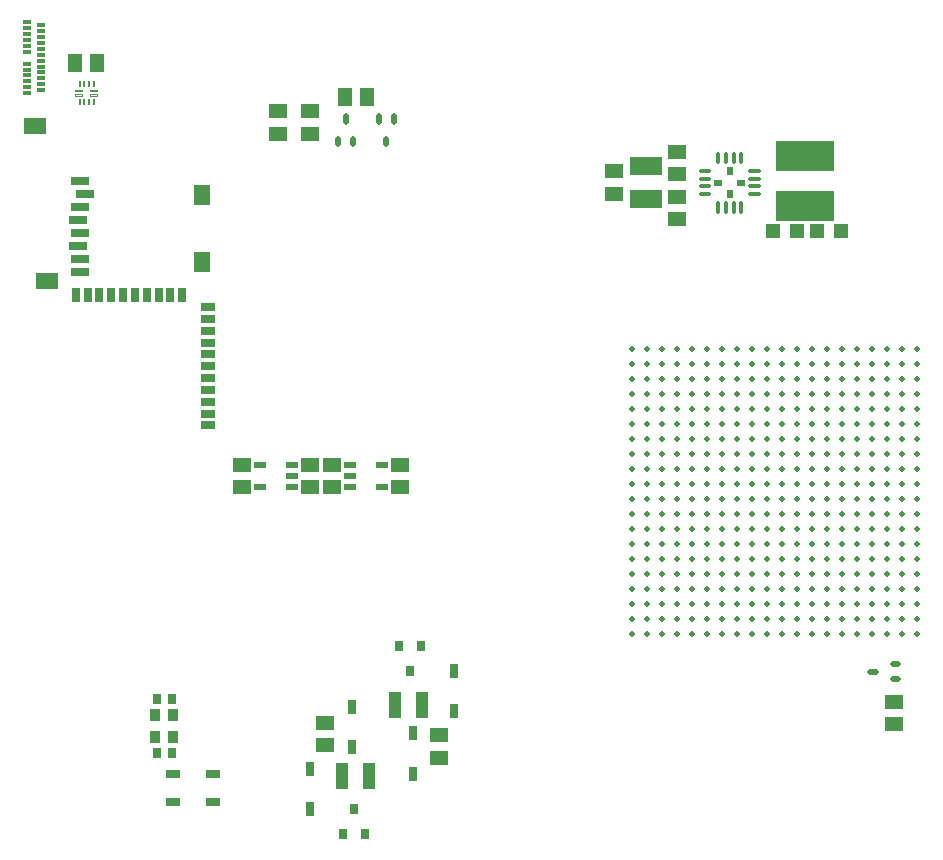
<source format=gbr>
G04 EAGLE Gerber RS-274X export*
G75*
%MOMM*%
%FSLAX34Y34*%
%LPD*%
%INSolderpaste Bottom*%
%IPPOS*%
%AMOC8*
5,1,8,0,0,1.08239X$1,22.5*%
G01*
%ADD10R,1.400000X1.800000*%
%ADD11R,1.900000X1.400000*%
%ADD12R,1.500000X0.800000*%
%ADD13R,0.800000X0.300000*%
%ADD14C,0.500000*%
%ADD15R,0.635000X1.270000*%
%ADD16R,1.270000X0.635000*%
%ADD17R,0.910000X1.060000*%
%ADD18R,0.700000X0.900000*%
%ADD19R,1.150000X0.800000*%
%ADD20C,0.350000*%
%ADD21R,0.700000X0.600000*%
%ADD22R,0.600000X0.700000*%
%ADD23R,5.000000X2.540000*%
%ADD24R,1.500000X1.300000*%
%ADD25R,1.200000X1.300000*%
%ADD26R,2.700000X1.600000*%
%ADD27C,0.550000*%
%ADD28R,1.600000X1.300000*%
%ADD29R,1.050000X0.600000*%
%ADD30C,0.100000*%
%ADD31R,1.300000X1.500000*%
%ADD32R,1.016000X2.200000*%
%ADD33R,0.800000X1.150000*%
%ADD34R,0.800000X0.900000*%


D10*
X209750Y576250D03*
X209750Y519250D03*
D11*
X78250Y503250D03*
X68250Y634750D03*
D12*
X106750Y588150D03*
X110750Y577150D03*
X106750Y566150D03*
X104750Y555150D03*
X106750Y544150D03*
X104750Y533150D03*
X106750Y522150D03*
X106750Y511150D03*
D13*
X73800Y665000D03*
X73800Y670000D03*
X73800Y675000D03*
X73800Y680000D03*
X73800Y685000D03*
X73800Y690000D03*
X73800Y695000D03*
X73800Y700000D03*
X73800Y705000D03*
X73800Y710000D03*
X73800Y715000D03*
X73800Y720000D03*
X61800Y722500D03*
X61800Y717500D03*
X61800Y712500D03*
X61800Y707500D03*
X61800Y702500D03*
X61800Y697500D03*
X61800Y687500D03*
X61800Y682500D03*
X61800Y677500D03*
X61800Y672500D03*
X61800Y667500D03*
X61800Y662500D03*
D14*
X688594Y318516D03*
X688594Y331216D03*
X701294Y331216D03*
X701294Y318516D03*
X701294Y305816D03*
X701294Y343916D03*
X701294Y293116D03*
X701294Y356616D03*
X701294Y280416D03*
X701294Y369316D03*
X701294Y267716D03*
X701294Y382016D03*
X701294Y255016D03*
X701294Y394716D03*
X701294Y242316D03*
X701294Y407416D03*
X701294Y229616D03*
X701294Y420116D03*
X701294Y216916D03*
X701294Y432816D03*
X701294Y204216D03*
X701294Y445516D03*
X688594Y445516D03*
X688594Y432816D03*
X688594Y420116D03*
X688594Y407416D03*
X688594Y394716D03*
X688594Y382016D03*
X688594Y369316D03*
X688594Y356616D03*
X688594Y343916D03*
X688594Y305816D03*
X688594Y293116D03*
X688594Y280416D03*
X688594Y267716D03*
X688594Y255016D03*
X688594Y242316D03*
X688594Y229616D03*
X688594Y216916D03*
X688594Y204216D03*
X713994Y318516D03*
X675894Y318516D03*
X726694Y318516D03*
X663194Y318516D03*
X739394Y318516D03*
X650494Y318516D03*
X752094Y318516D03*
X637794Y318516D03*
X764794Y318516D03*
X625094Y318516D03*
X777494Y318516D03*
X612394Y318516D03*
X599694Y318516D03*
X790194Y318516D03*
X586994Y318516D03*
X802894Y318516D03*
X815594Y318516D03*
X574294Y318516D03*
X815594Y331216D03*
X802894Y331216D03*
X790194Y331216D03*
X777494Y331216D03*
X764794Y331216D03*
X752094Y331216D03*
X739394Y331216D03*
X726694Y331216D03*
X713994Y331216D03*
X675894Y331216D03*
X663194Y331216D03*
X650494Y331216D03*
X637794Y331216D03*
X625094Y331216D03*
X612394Y331216D03*
X599694Y331216D03*
X586994Y331216D03*
X574294Y331216D03*
X574294Y343916D03*
X586994Y343916D03*
X599694Y343916D03*
X612394Y343916D03*
X625094Y343916D03*
X637794Y343916D03*
X650494Y343916D03*
X663194Y343916D03*
X675894Y343916D03*
X713994Y343916D03*
X726694Y343916D03*
X739394Y343916D03*
X752094Y343916D03*
X764794Y343916D03*
X777494Y343916D03*
X790194Y343916D03*
X802894Y343916D03*
X815594Y343916D03*
X815594Y305816D03*
X802894Y305816D03*
X790194Y305816D03*
X777494Y305816D03*
X764794Y305816D03*
X752094Y305816D03*
X739394Y305816D03*
X726694Y305816D03*
X713994Y305816D03*
X675894Y305816D03*
X663194Y305816D03*
X650494Y305816D03*
X637794Y305816D03*
X625094Y305816D03*
X612394Y305816D03*
X599694Y305816D03*
X586994Y305816D03*
X574294Y305816D03*
X574294Y293116D03*
X586994Y293116D03*
X599694Y293116D03*
X612394Y293116D03*
X625094Y293116D03*
X637794Y293116D03*
X650494Y293116D03*
X663194Y293116D03*
X675894Y293116D03*
X713994Y293116D03*
X726694Y293116D03*
X739394Y293116D03*
X752094Y293116D03*
X764794Y293116D03*
X777494Y293116D03*
X790194Y293116D03*
X802894Y293116D03*
X815594Y293116D03*
X815594Y356616D03*
X802894Y356616D03*
X790194Y356616D03*
X777494Y356616D03*
X764794Y356616D03*
X752094Y356616D03*
X739394Y356616D03*
X726694Y356616D03*
X713994Y356616D03*
X675894Y356616D03*
X663194Y356616D03*
X650494Y356616D03*
X637794Y356616D03*
X625094Y356616D03*
X612394Y356616D03*
X599694Y356616D03*
X586994Y356616D03*
X574294Y356616D03*
X574294Y369316D03*
X586994Y369316D03*
X599694Y369316D03*
X612394Y369316D03*
X625094Y369316D03*
X637794Y369316D03*
X650494Y369316D03*
X663194Y369316D03*
X675894Y369316D03*
X713994Y369316D03*
X726694Y369316D03*
X739394Y369316D03*
X752094Y369316D03*
X764794Y369316D03*
X777494Y369316D03*
X790194Y369316D03*
X802894Y369316D03*
X815594Y369316D03*
X815594Y382016D03*
X802894Y382016D03*
X790194Y382016D03*
X777494Y382016D03*
X764794Y382016D03*
X752094Y382016D03*
X739394Y382016D03*
X726694Y382016D03*
X713994Y382016D03*
X675894Y382016D03*
X663194Y382016D03*
X650494Y382016D03*
X637794Y382016D03*
X625094Y382016D03*
X612394Y382016D03*
X599694Y382016D03*
X586994Y382016D03*
X574294Y382016D03*
X574294Y394716D03*
X586994Y394716D03*
X599694Y394716D03*
X612394Y394716D03*
X625094Y394716D03*
X637794Y394716D03*
X650494Y394716D03*
X663194Y394716D03*
X675894Y394716D03*
X713994Y394716D03*
X726694Y394716D03*
X739394Y394716D03*
X752094Y394716D03*
X764794Y394716D03*
X777494Y394716D03*
X790194Y394716D03*
X802894Y394716D03*
X815594Y394716D03*
X815594Y407416D03*
X802894Y407416D03*
X790194Y407416D03*
X777494Y407416D03*
X764794Y407416D03*
X752094Y407416D03*
X739394Y407416D03*
X726694Y407416D03*
X713994Y407416D03*
X675894Y407416D03*
X663194Y407416D03*
X650494Y407416D03*
X637794Y407416D03*
X625094Y407416D03*
X612394Y407416D03*
X599694Y407416D03*
X586994Y407416D03*
X574294Y407416D03*
X574294Y420116D03*
X586994Y420116D03*
X599694Y420116D03*
X612394Y420116D03*
X625094Y420116D03*
X637794Y420116D03*
X650494Y420116D03*
X663194Y420116D03*
X675894Y420116D03*
X713994Y420116D03*
X726694Y420116D03*
X739394Y420116D03*
X752094Y420116D03*
X764794Y420116D03*
X777494Y420116D03*
X790194Y420116D03*
X802894Y420116D03*
X815594Y420116D03*
X815594Y432816D03*
X802894Y432816D03*
X790194Y432816D03*
X777494Y432816D03*
X764794Y432816D03*
X752094Y432816D03*
X739394Y432816D03*
X726694Y432816D03*
X713994Y432816D03*
X713994Y445516D03*
X726694Y445516D03*
X739394Y445516D03*
X752094Y445516D03*
X764794Y445516D03*
X777494Y445516D03*
X790194Y445516D03*
X802894Y445516D03*
X815594Y445516D03*
X675894Y432816D03*
X663194Y432816D03*
X650494Y432816D03*
X637794Y432816D03*
X625094Y432816D03*
X612394Y432816D03*
X599694Y432816D03*
X586994Y432816D03*
X574294Y432816D03*
X574294Y445516D03*
X586994Y445516D03*
X599694Y445516D03*
X612394Y445516D03*
X625094Y445516D03*
X637794Y445516D03*
X650494Y445516D03*
X663194Y445516D03*
X675894Y445516D03*
X713994Y280416D03*
X713994Y267716D03*
X713994Y255016D03*
X713994Y242316D03*
X713994Y229616D03*
X713994Y216916D03*
X713994Y204216D03*
X675894Y204216D03*
X675894Y216916D03*
X675894Y229616D03*
X675894Y242316D03*
X675894Y255016D03*
X675894Y267716D03*
X675894Y280416D03*
X663194Y204216D03*
X663194Y216916D03*
X663194Y229616D03*
X663194Y242316D03*
X663194Y255016D03*
X663194Y267716D03*
X663194Y280416D03*
X650494Y204216D03*
X650494Y216916D03*
X650494Y229616D03*
X650494Y242316D03*
X650494Y255016D03*
X650494Y267716D03*
X650494Y280416D03*
X637794Y204216D03*
X637794Y216916D03*
X637794Y229616D03*
X637794Y242316D03*
X637794Y255016D03*
X637794Y267716D03*
X637794Y280416D03*
X625094Y204216D03*
X625094Y216916D03*
X625094Y229616D03*
X625094Y242316D03*
X625094Y255016D03*
X625094Y267716D03*
X625094Y280416D03*
X612394Y280416D03*
X612394Y267716D03*
X612394Y255016D03*
X612394Y242316D03*
X612394Y229616D03*
X612394Y216916D03*
X612394Y204216D03*
X599694Y204216D03*
X599694Y216916D03*
X599694Y229616D03*
X599694Y242316D03*
X599694Y255016D03*
X599694Y267716D03*
X599694Y280416D03*
X586994Y280416D03*
X574294Y280416D03*
X574294Y267716D03*
X586994Y267716D03*
X586994Y255016D03*
X574294Y255016D03*
X574294Y242316D03*
X586994Y242316D03*
X586994Y229616D03*
X574294Y229616D03*
X574294Y216916D03*
X586994Y216916D03*
X586994Y204216D03*
X574294Y204216D03*
X726694Y204216D03*
X726694Y216916D03*
X726694Y229616D03*
X726694Y242316D03*
X726694Y255016D03*
X726694Y267716D03*
X726694Y280416D03*
X739394Y280416D03*
X739394Y267716D03*
X739394Y255016D03*
X739394Y242316D03*
X739394Y229616D03*
X739394Y216916D03*
X739394Y204216D03*
X752094Y204216D03*
X752094Y216916D03*
X752094Y229616D03*
X752094Y242316D03*
X752094Y255016D03*
X752094Y267716D03*
X752094Y280416D03*
X764794Y280416D03*
X764794Y267716D03*
X764794Y255016D03*
X764794Y242316D03*
X764794Y229616D03*
X764794Y216916D03*
X764794Y204216D03*
X777494Y204216D03*
X777494Y216916D03*
X777494Y229616D03*
X777494Y242316D03*
X777494Y255016D03*
X777494Y267716D03*
X777494Y280416D03*
X790194Y280416D03*
X790194Y267716D03*
X790194Y255016D03*
X790194Y242316D03*
X790194Y229616D03*
X790194Y216916D03*
X790194Y204216D03*
X802894Y204216D03*
X802894Y216916D03*
X802894Y229616D03*
X802894Y242316D03*
X802894Y255016D03*
X802894Y267716D03*
X802894Y280416D03*
X815594Y280416D03*
X815594Y267716D03*
X815594Y255016D03*
X815594Y242316D03*
X815594Y229616D03*
X815594Y216916D03*
X815594Y204216D03*
D15*
X193000Y491250D03*
X183000Y491250D03*
X173000Y491250D03*
X163000Y491250D03*
X153000Y491250D03*
X143000Y491250D03*
X133000Y491250D03*
X123000Y491250D03*
X113000Y491250D03*
X103000Y491250D03*
D16*
X215000Y481250D03*
X215000Y471250D03*
X215000Y461250D03*
X215000Y451250D03*
X215000Y441250D03*
X215000Y431250D03*
X215000Y421250D03*
X215000Y411250D03*
X215000Y401250D03*
X215000Y391250D03*
X215000Y381250D03*
D17*
X170300Y117750D03*
X170300Y136250D03*
X185300Y136250D03*
X185300Y117750D03*
D18*
X171300Y104140D03*
X184300Y104140D03*
X184300Y149860D03*
X171300Y149860D03*
D19*
X184930Y86360D03*
X218930Y86360D03*
D20*
X646840Y604240D02*
X646840Y611240D01*
X653340Y611240D02*
X653340Y604240D01*
X659840Y604240D02*
X659840Y611240D01*
X666340Y611240D02*
X666340Y604240D01*
X674090Y596490D02*
X681090Y596490D01*
X681090Y589990D02*
X674090Y589990D01*
X674090Y583490D02*
X681090Y583490D01*
X681090Y576990D02*
X674090Y576990D01*
X666340Y569240D02*
X666340Y562240D01*
X659840Y562240D02*
X659840Y569240D01*
X653340Y569240D02*
X653340Y562240D01*
X646840Y562240D02*
X646840Y569240D01*
X639090Y576990D02*
X632090Y576990D01*
X632090Y583490D02*
X639090Y583490D01*
X639090Y589990D02*
X632090Y589990D01*
X632090Y596490D02*
X639090Y596490D01*
D21*
X647090Y586740D03*
X666090Y586740D03*
D22*
X656590Y596240D03*
X656590Y577240D03*
D23*
X720090Y567050D03*
X720090Y608970D03*
D24*
X558800Y596240D03*
X558800Y577240D03*
X612140Y593750D03*
X612140Y612750D03*
X612140Y555650D03*
X612140Y574650D03*
D25*
X693420Y546100D03*
X713740Y546100D03*
X730250Y546100D03*
X750570Y546100D03*
D26*
X585470Y600740D03*
X585470Y572740D03*
D19*
X184930Y62230D03*
X218930Y62230D03*
D27*
X794650Y179220D02*
X799150Y179220D01*
X799150Y166220D02*
X794650Y166220D01*
X780150Y172720D02*
X775650Y172720D01*
D28*
X795655Y128295D03*
X795655Y147295D03*
D27*
X359260Y638440D02*
X359260Y642940D01*
X372260Y642940D02*
X372260Y638440D01*
X365760Y623940D02*
X365760Y619440D01*
D29*
X361950Y328930D03*
X361950Y347930D03*
X334950Y328930D03*
X334950Y338430D03*
X334950Y347930D03*
X259080Y347980D03*
X259080Y328980D03*
X286080Y347980D03*
X286080Y338480D03*
X286080Y328980D03*
D24*
X320040Y347955D03*
X320040Y328955D03*
X377190Y347955D03*
X377190Y328955D03*
X300990Y328955D03*
X300990Y347955D03*
X243840Y328955D03*
X243840Y347955D03*
D30*
X108260Y660440D02*
X102260Y660440D01*
X102260Y661440D01*
X108260Y661440D01*
X108260Y660440D01*
X108260Y661390D02*
X102260Y661390D01*
X102260Y664440D02*
X108260Y664440D01*
X102260Y664440D02*
X102260Y665440D01*
X108260Y665440D01*
X108260Y664440D01*
X108260Y665390D02*
X102260Y665390D01*
X105260Y668440D02*
X105260Y672440D01*
X106260Y672440D01*
X106260Y668440D01*
X105260Y668440D01*
X105260Y669390D02*
X106260Y669390D01*
X106260Y670340D02*
X105260Y670340D01*
X105260Y671290D02*
X106260Y671290D01*
X106260Y672240D02*
X105260Y672240D01*
X109260Y672440D02*
X109260Y668440D01*
X109260Y672440D02*
X110260Y672440D01*
X110260Y668440D01*
X109260Y668440D01*
X109260Y669390D02*
X110260Y669390D01*
X110260Y670340D02*
X109260Y670340D01*
X109260Y671290D02*
X110260Y671290D01*
X110260Y672240D02*
X109260Y672240D01*
X113260Y672440D02*
X113260Y668440D01*
X113260Y672440D02*
X114260Y672440D01*
X114260Y668440D01*
X113260Y668440D01*
X113260Y669390D02*
X114260Y669390D01*
X114260Y670340D02*
X113260Y670340D01*
X113260Y671290D02*
X114260Y671290D01*
X114260Y672240D02*
X113260Y672240D01*
X117260Y672440D02*
X117260Y668440D01*
X117260Y672440D02*
X118260Y672440D01*
X118260Y668440D01*
X117260Y668440D01*
X117260Y669390D02*
X118260Y669390D01*
X118260Y670340D02*
X117260Y670340D01*
X117260Y671290D02*
X118260Y671290D01*
X118260Y672240D02*
X117260Y672240D01*
X115260Y664440D02*
X121260Y664440D01*
X115260Y664440D02*
X115260Y665440D01*
X121260Y665440D01*
X121260Y664440D01*
X121260Y665390D02*
X115260Y665390D01*
X115260Y660440D02*
X121260Y660440D01*
X115260Y660440D02*
X115260Y661440D01*
X121260Y661440D01*
X121260Y660440D01*
X121260Y661390D02*
X115260Y661390D01*
X117260Y657440D02*
X117260Y653440D01*
X117260Y657440D02*
X118260Y657440D01*
X118260Y653440D01*
X117260Y653440D01*
X117260Y654390D02*
X118260Y654390D01*
X118260Y655340D02*
X117260Y655340D01*
X117260Y656290D02*
X118260Y656290D01*
X118260Y657240D02*
X117260Y657240D01*
X113260Y657440D02*
X113260Y653440D01*
X113260Y657440D02*
X114260Y657440D01*
X114260Y653440D01*
X113260Y653440D01*
X113260Y654390D02*
X114260Y654390D01*
X114260Y655340D02*
X113260Y655340D01*
X113260Y656290D02*
X114260Y656290D01*
X114260Y657240D02*
X113260Y657240D01*
X109260Y657440D02*
X109260Y653440D01*
X109260Y657440D02*
X110260Y657440D01*
X110260Y653440D01*
X109260Y653440D01*
X109260Y654390D02*
X110260Y654390D01*
X110260Y655340D02*
X109260Y655340D01*
X109260Y656290D02*
X110260Y656290D01*
X110260Y657240D02*
X109260Y657240D01*
X105260Y657440D02*
X105260Y653440D01*
X105260Y657440D02*
X106260Y657440D01*
X106260Y653440D01*
X105260Y653440D01*
X105260Y654390D02*
X106260Y654390D01*
X106260Y655340D02*
X105260Y655340D01*
X105260Y656290D02*
X106260Y656290D01*
X106260Y657240D02*
X105260Y657240D01*
D24*
X274320Y628040D03*
X274320Y647040D03*
D27*
X337970Y623940D02*
X337970Y619440D01*
X324970Y619440D02*
X324970Y623940D01*
X331470Y638440D02*
X331470Y642940D01*
D24*
X300990Y628040D03*
X300990Y647040D03*
D31*
X330860Y659130D03*
X349860Y659130D03*
X102260Y688340D03*
X121260Y688340D03*
D32*
X396080Y144780D03*
X373540Y144780D03*
D33*
X422910Y139210D03*
X422910Y173210D03*
D34*
X376580Y194150D03*
X395580Y194150D03*
X386080Y173150D03*
D33*
X388112Y86378D03*
X388112Y120378D03*
D24*
X410718Y99720D03*
X410718Y118720D03*
D32*
X328455Y84455D03*
X350995Y84455D03*
D33*
X301625Y56025D03*
X301625Y90025D03*
D34*
X347955Y35085D03*
X328955Y35085D03*
X338455Y56085D03*
D33*
X336423Y142857D03*
X336423Y108857D03*
D24*
X313817Y129515D03*
X313817Y110515D03*
M02*

</source>
